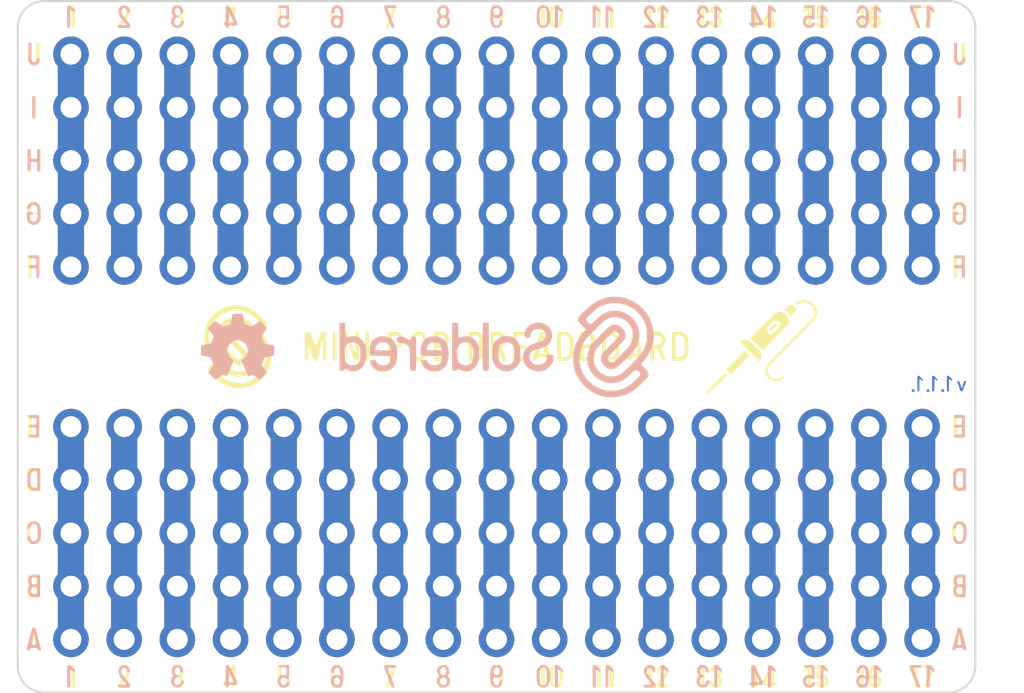
<source format=kicad_pcb>
(kicad_pcb (version 20210623) (generator pcbnew)
  (title_block (title "Mini PCB breadboard") (date "2021-07-15") (rev "V1.1.1.") (company "SOLDERED") (comment 1 "333030"))
  (layers (0 "F.Cu" signal) (31 "B.Cu" signal) (34 "B.Paste" user) (35 "F.Paste" user) (36 "B.SilkS" user "B.Silkscreen") (37 "F.SilkS" user "F.Silkscreen") (38 "B.Mask" user) (39 "F.Mask" user) (44 "Edge.Cuts" user))
  (net 0 "")
  (net 1 "Net-(K1-Pad1)")
  (net 2 "Net-(K2-Pad1)")
  (net 3 "Net-(K3-Pad1)")
  (net 4 "Net-(K4-Pad1)")
  (net 5 "Net-(K5-Pad1)")
  (net 6 "Net-(K6-Pad1)")
  (net 7 "Net-(K7-Pad1)")
  (net 8 "Net-(K8-Pad1)")
  (net 9 "Net-(K9-Pad1)")
  (net 10 "Net-(K10-Pad1)")
  (net 11 "Net-(K11-Pad1)")
  (net 12 "Net-(K12-Pad1)")
  (net 13 "Net-(K13-Pad1)")
  (net 14 "Net-(K14-Pad1)")
  (net 15 "Net-(K15-Pad1)")
  (net 16 "Net-(K16-Pad1)")
  (net 17 "Net-(K17-Pad1)")
  (net 18 "Net-(K18-Pad1)")
  (net 19 "Net-(K19-Pad1)")
  (net 20 "Net-(K20-Pad1)")
  (net 21 "Net-(K21-Pad1)")
  (net 22 "Net-(K22-Pad1)")
  (net 23 "Net-(K23-Pad1)")
  (net 24 "Net-(K24-Pad1)")
  (net 25 "Net-(K25-Pad1)")
  (net 26 "Net-(K26-Pad1)")
  (net 27 "Net-(K27-Pad1)")
  (net 28 "Net-(K28-Pad1)")
  (net 29 "Net-(K29-Pad1)")
  (net 30 "Net-(K30-Pad1)")
  (net 31 "Net-(K31-Pad1)")
  (net 32 "Net-(K32-Pad1)")
  (net 33 "Net-(K33-Pad1)")
  (net 34 "Net-(K34-Pad1)")
  (footprint "buzzardLabel" (layer "F.Cu") (at 80.762 114.92)
    (fp_text reference "")
    (fp_text value "")
  )
  (footprint "buzzardLabel" (layer "F.Cu") (at 97.78 119.238)
    (fp_text reference "")
    (fp_text value "")
  )
  (footprint "e-radionica.com footprinti:HEADER_MALE_5X1" (layer "F.Cu") (at 113.02 112.38 90)
    (fp_text reference "K13")
    (fp_text value "HEADER_MALE_5X1")
  )
  (footprint "buzzardLabel" (layer "F.Cu") (at 87.62 87.742)
    (fp_text reference "")
    (fp_text value "")
  )
  (footprint "e-radionica.com footprinti:HOLE_3.2mm" (layer "F.Cu") (at 84.36 103.5)
    (fp_text reference "H1" hide)
    (fp_text value "HOLE_3.2mm" hide)
  )
  (footprint "buzzardLabel" (layer "F.Cu") (at 115.56 119.238)
    (fp_text reference "")
    (fp_text value "")
  )
  (footprint "buzzardLabel" (layer "F.Cu") (at 80.762 94.6)
    (fp_text reference "")
    (fp_text value "")
  )
  (footprint "buzzardLabel" (layer "F.Cu") (at 115.56 87.742)
    (fp_text reference "")
    (fp_text value "")
  )
  (footprint "e-radionica.com footprinti:HEADER_MALE_5X1" (layer "F.Cu") (at 82.54 94.6 90)
    (fp_text reference "K18")
    (fp_text value "HEADER_MALE_5X1")
  )
  (footprint "buzzardLabel" (layer "F.Cu") (at 113.02 87.742)
    (fp_text reference "")
    (fp_text value "")
  )
  (footprint "buzzardLabel" (layer "F.Cu") (at 80.762 109.84)
    (fp_text reference "")
    (fp_text value "")
  )
  (footprint "e-radionica.com footprinti:HOLE_3.2mm" (layer "F.Cu") (at 121.36 103.5)
    (fp_text reference "H2" hide)
    (fp_text value "HOLE_3.2mm" hide)
  )
  (footprint "buzzardLabel" (layer "F.Cu") (at 95.24 87.742)
    (fp_text reference "")
    (fp_text value "")
  )
  (footprint "e-radionica.com footprinti:HEADER_MALE_5X1" (layer "F.Cu") (at 87.62 112.38 90)
    (fp_text reference "K3")
    (fp_text value "HEADER_MALE_5X1")
  )
  (footprint "e-radionica.com footprinti:HEADER_MALE_5X1" (layer "F.Cu") (at 95.24 112.38 90)
    (fp_text reference "K6")
    (fp_text value "HEADER_MALE_5X1")
  )
  (footprint "buzzardLabel" (layer "F.Cu") (at 120.64 119.238)
    (fp_text reference "")
    (fp_text value "")
  )
  (footprint "buzzardLabel" (layer "F.Cu") (at 102.86 103.49)
    (fp_text reference "")
    (fp_text value "")
  )
  (footprint "e-radionica.com footprinti:HEADER_MALE_5X1" (layer "F.Cu") (at 107.94 94.6 90)
    (fp_text reference "K28")
    (fp_text value "HEADER_MALE_5X1")
  )
  (footprint "buzzardLabel" (layer "F.Cu") (at 102.86 119.238)
    (fp_text reference "")
    (fp_text value "")
  )
  (footprint "buzzardLabel" (layer "F.Cu") (at 113.02 119.238)
    (fp_text reference "")
    (fp_text value "")
  )
  (footprint "buzzardLabel" (layer "F.Cu") (at 85.08 119.238)
    (fp_text reference "")
    (fp_text value "")
  )
  (footprint "buzzardLabel" (layer "F.Cu") (at 124.958 107.3)
    (fp_text reference "")
    (fp_text value "")
  )
  (footprint "buzzardLabel" (layer "F.Cu") (at 100.32 87.742)
    (fp_text reference "")
    (fp_text value "")
  )
  (footprint "e-radionica.com footprinti:HEADER_MALE_5X1" (layer "F.Cu") (at 113.02 94.6 90)
    (fp_text reference "K30")
    (fp_text value "HEADER_MALE_5X1")
  )
  (footprint "buzzardLabel" (layer "F.Cu") (at 124.958 114.92)
    (fp_text reference "")
    (fp_text value "")
  )
  (footprint "buzzardLabel" (layer "F.Cu") (at 124.958 92.06)
    (fp_text reference "")
    (fp_text value "")
  )
  (footprint "e-radionica.com footprinti:HEADER_MALE_5X1" (layer "F.Cu") (at 120.64 94.6 90)
    (fp_text reference "K33")
    (fp_text value "HEADER_MALE_5X1")
  )
  (footprint "e-radionica.com footprinti:HEADER_MALE_5X1" (layer "F.Cu") (at 102.86 94.6 90)
    (fp_text reference "K26")
    (fp_text value "HEADER_MALE_5X1")
  )
  (footprint "buzzardLabel" (layer "F.Cu") (at 97.78 87.742)
    (fp_text reference "")
    (fp_text value "")
  )
  (footprint "buzzardLabel" (layer "F.Cu") (at 102.86 87.742)
    (fp_text reference "")
    (fp_text value "")
  )
  (footprint "buzzardLabel" (layer "F.Cu") (at 110.48 119.238)
    (fp_text reference "")
    (fp_text value "")
  )
  (footprint "buzzardLabel" (layer "F.Cu") (at 95.24 119.238)
    (fp_text reference "")
    (fp_text value "")
  )
  (footprint "e-radionica.com footprinti:HEADER_MALE_5X1" (layer "F.Cu") (at 100.32 94.6 90)
    (fp_text reference "K25")
    (fp_text value "HEADER_MALE_5X1")
  )
  (footprint "e-radionica.com footprinti:HEADER_MALE_5X1" (layer "F.Cu") (at 123.18 94.6 90)
    (fp_text reference "K34")
    (fp_text value "HEADER_MALE_5X1")
  )
  (footprint "e-radionica.com footprinti:HEADER_MALE_5X1" (layer "F.Cu") (at 92.7 112.38 90)
    (fp_text reference "K5")
    (fp_text value "HEADER_MALE_5X1")
  )
  (footprint "buzzardLabel" (layer "F.Cu") (at 90.16 87.742)
    (fp_text reference "")
    (fp_text value "")
  )
  (footprint "buzzardLabel" (layer "F.Cu") (at 92.7 119.238)
    (fp_text reference "")
    (fp_text value "")
  )
  (footprint "e-radionica.com footprinti:HEADER_MALE_5X1" (layer "F.Cu") (at 85.08 94.6 90)
    (fp_text reference "K19")
    (fp_text value "HEADER_MALE_5X1")
  )
  (footprint "buzzardLabel" (layer "F.Cu") (at 118.1 87.742)
    (fp_text reference "")
    (fp_text value "")
  )
  (footprint "buzzardLabel" (layer "F.Cu") (at 80.762 107.3)
    (fp_text reference "")
    (fp_text value "")
  )
  (footprint "Soldered Graphics:Symbol-Front-Soldering" (layer "F.Cu") (at 115.5 103.49)
    (fp_text reference "G***" hide)
    (fp_text value "LOGO" hide)
  )
  (footprint "e-radionica.com footprinti:HEADER_MALE_5X1" (layer "F.Cu") (at 90.16 112.38 90)
    (fp_text reference "K4")
    (fp_text value "HEADER_MALE_5X1")
  )
  (footprint "e-radionica.com footprinti:HEADER_MALE_5X1" (layer "F.Cu") (at 110.48 94.6 90)
    (fp_text reference "K29")
    (fp_text value "HEADER_MALE_5X1")
  )
  (footprint "buzzardLabel" (layer "F.Cu") (at 124.958 89.52)
    (fp_text reference "")
    (fp_text value "")
  )
  (footprint "e-radionica.com footprinti:HEADER_MALE_5X1" (layer "F.Cu") (at 105.4 112.38 90)
    (fp_text reference "K10")
    (fp_text value "HEADER_MALE_5X1")
  )
  (footprint "buzzardLabel" (layer "F.Cu") (at 80.762 89.52)
    (fp_text reference "")
    (fp_text value "")
  )
  (footprint "Soldered Graphics:Logo-Back-SolderedFULL-15mm" (layer "F.Cu") (at 102.86 103.5)
    (fp_text reference "REF**" hide)
    (fp_text value "Logo-Front-SolderedFULL-15mm" hide)
  )
  (footprint "buzzardLabel" (layer "F.Cu") (at 124.958 112.38)
    (fp_text reference "")
    (fp_text value "")
  )
  (footprint "e-radionica.com footprinti:HEADER_MALE_5X1" (layer "F.Cu") (at 105.4 94.6 90)
    (fp_text reference "K27")
    (fp_text value "HEADER_MALE_5X1")
  )
  (footprint "e-radionica.com footprinti:HEADER_MALE_5X1" (layer "F.Cu") (at 115.56 94.6 90)
    (fp_text reference "K31")
    (fp_text value "HEADER_MALE_5X1")
  )
  (footprint "buzzardLabel" (layer "F.Cu") (at 90.16 119.238)
    (fp_text reference "")
    (fp_text value "")
  )
  (footprint "buzzardLabel" (layer "F.Cu") (at 82.54 119.238)
    (fp_text reference "")
    (fp_text value "")
  )
  (footprint "buzzardLabel" (layer "F.Cu") (at 107.94 87.742)
    (fp_text reference "")
    (fp_text value "")
  )
  (footprint "Soldered Graphics:Logo-Front-Soldered-4mm" (layer "F.Cu") (at 90.5 103.49)
    (fp_text reference "G***" hide)
    (fp_text value "LOGO" hide)
  )
  (footprint "e-radionica.com footprinti:HEADER_MALE_5X1" (layer "F.Cu") (at 120.64 112.38 90)
    (fp_text reference "K16")
    (fp_text value "HEADER_MALE_5X1")
  )
  (footprint "e-radionica.com footprinti:HEADER_MALE_5X1" (layer "F.Cu") (at 97.78 112.38 90)
    (fp_text reference "K7")
    (fp_text value "HEADER_MALE_5X1")
  )
  (footprint "e-radionica.com footprinti:HEADER_MALE_5X1" (layer "F.Cu") (at 95.24 94.6 90)
    (fp_text reference "K23")
    (fp_text value "HEADER_MALE_5X1")
  )
  (footprint "e-radionica.com footprinti:HEADER_MALE_5X1" (layer "F.Cu") (at 115.56 112.38 90)
    (fp_text reference "K14")
    (fp_text value "HEADER_MALE_5X1")
  )
  (footprint "e-radionica.com footprinti:HEADER_MALE_5X1" (layer "F.Cu") (at 123.18 112.38 90)
    (fp_text reference "K17")
    (fp_text value "HEADER_MALE_5X1")
  )
  (footprint "e-radionica.com footprinti:HEADER_MALE_5X1" (layer "F.Cu") (at 110.48 112.38 90)
    (fp_text reference "K12")
    (fp_text value "HEADER_MALE_5X1")
  )
  (footprint "buzzardLabel" (layer "F.Cu") (at 87.62 119.238)
    (fp_text reference "")
    (fp_text value "")
  )
  (footprint "buzzardLabel" (layer "F.Cu") (at 123.18 119.238)
    (fp_text reference "")
    (fp_text value "")
  )
  (footprint "e-radionica.com footprinti:HEADER_MALE_5X1" (layer "F.Cu") (at 97.78 94.6 90)
    (fp_text reference "K24")
    (fp_text value "HEADER_MALE_5X1")
  )
  (footprint "e-radionica.com footprinti:HEADER_MALE_5X1" (layer "F.Cu") (at 85.08 112.38 90)
    (fp_text reference "K2")
    (fp_text value "HEADER_MALE_5X1")
  )
  (footprint "Soldered Graphics:Logo-Back-OSH-3.5mm" (layer "F.Cu") (at 90.5 103.49)
    (fp_text reference "G***" hide)
    (fp_text value "LOGO" hide)
  )
  (footprint "buzzardLabel" (layer "F.Cu") (at 100.32 119.238)
    (fp_text reference "")
    (fp_text value "")
  )
  (footprint "buzzardLabel" (layer "F.Cu") (at 85.08 87.742)
    (fp_text reference "")
    (fp_text value "")
  )
  (footprint "buzzardLabel" (layer "F.Cu") (at 124.958 109.84)
    (fp_text reference "")
    (fp_text value "")
  )
  (footprint "e-radionica.com footprinti:HEADER_MALE_5X1" (layer "F.Cu") (at 107.94 112.38 90)
    (fp_text reference "K11")
    (fp_text value "HEADER_MALE_5X1")
  )
  (footprint "e-radionica.com footprinti:HEADER_MALE_5X1" (layer "F.Cu") (at 118.1 112.38 90)
    (fp_text reference "K15")
    (fp_text value "HEADER_MALE_5X1")
  )
  (footprint "e-radionica.com footprinti:HEADER_MALE_5X1" (layer "F.Cu") (at 118.1 94.6 90)
    (fp_text reference "K32")
    (fp_text value "HEADER_MALE_5X1")
  )
  (footprint "buzzardLabel" (layer "F.Cu") (at 80.762 99.68)
    (fp_text reference "")
    (fp_text value "")
  )
  (footprint "buzzardLabel" (layer "F.Cu") (at 82.54 87.742)
    (fp_text reference "")
    (fp_text value "")
  )
  (footprint "buzzardLabel" (layer "F.Cu") (at 92.7 87.742)
    (fp_text reference "")
    (fp_text value "")
  )
  (footprint "buzzardLabel" (layer "F.Cu") (at 124.958 117.46)
    (fp_text reference "")
    (fp_text value "")
  )
  (footprint "buzzardLabel" (layer "F.Cu") (at 124.958 94.6)
    (fp_text reference "")
    (fp_text value "")
  )
  (footprint "buzzardLabel" (layer "F.Cu") (at 105.4 87.742)
    (fp_text reference "")
    (fp_text value "")
  )
  (footprint "buzzardLabel" (layer "F.Cu") (at 80.762 117.46)
    (fp_text reference "")
    (fp_text value "")
  )
  (footprint "buzzardLabel" (layer "F.Cu") (at 124.958 97.14)
    (fp_text reference "")
    (fp_text value "")
  )
  (footprint "e-radionica.com footprinti:HEADER_MALE_5X1" (layer "F.Cu") (at 82.54 112.38 90)
    (fp_text reference "K1")
    (fp_text value "HEADER_MALE_5X1")
  )
  (footprint "e-radionica.com footprinti:HEADER_MALE_5X1" (layer "F.Cu") (at 90.16 94.6 90)
    (fp_text reference "K21")
    (fp_text value "HEADER_MALE_5X1")
  )
  (footprint "buzzardLabel" (layer "F.Cu") (at 107.94 119.238)
    (fp_text reference "")
    (fp_text value "")
  )
  (footprint "e-radionica.com footprinti:HEADER_MALE_5X1" (layer "F.Cu") (at 92.7 94.6 90)
    (fp_text reference "K22")
    (fp_text value "HEADER_MALE_5X1")
  )
  (footprint "buzzardLabel" (layer "F.Cu") (at 124.958 99.68)
    (fp_text reference "")
    (fp_text value "")
  )
  (footprint "buzzardLabel" (layer "F.Cu") (at 118.1 119.238)
    (fp_text reference "")
    (fp_text value "")
  )
  (footprint "buzzardLabel" (layer "F.Cu") (at 80.762 97.14)
    (fp_text reference "")
    (fp_text value "")
  )
  (footprint "e-radionica.com footprinti:HEADER_MALE_5X1" (layer "F.Cu") (at 87.62 94.6 90)
    (fp_text reference "K20")
    (fp_text value "HEADER_MALE_5X1")
  )
  (footprint "e-radionica.com footprinti:HEADER_MALE_5X1" (layer "F.Cu") (at 102.86 112.38 90)
    (fp_text reference "K9")
    (fp_text value "HEADER_MALE_5X1")
  )
  (footprint "buzzardLabel" (layer "F.Cu") (at 105.4 119.238)
    (fp_text reference "")
    (fp_text value "")
  )
  (footprint "buzzardLabel" (layer "F.Cu") (at 120.64 87.742)
    (fp_text reference "")
    (fp_text value "")
  )
  (footprint "buzzardLabel" (layer "F.Cu") (at 80.762 92.06)
    (fp_text reference "")
    (fp_text value "")
  )
  (footprint "buzzardLabel" (layer "F.Cu") (at 123.18 87.742)
    (fp_text reference "")
    (fp_text value "")
  )
  (footprint "e-radionica.com footprinti:HEADER_MALE_5X1" (layer "F.Cu") (at 100.32 112.38 90)
    (fp_text reference "K8")
    (fp_text value "HEADER_MALE_5X1")
  )
  (footprint "buzzardLabel" (layer "F.Cu") (at 80.762 112.38)
    (fp_text reference "")
    (fp_text value "")
  )
  (footprint "buzzardLabel" (layer "F.Cu") (at 110.48 87.742)
    (fp_text reference "")
    (fp_text value "")
  )
  (footprint "buzzardLabel" (layer "B.Cu") (at 115.56 119.238 180)
    (fp_text reference "")
    (fp_text value "")
  )
  (footprint "buzzardLabel" (layer "B.Cu") (at 87.62 119.238 180)
    (fp_text reference "")
    (fp_text value "")
  )
  (footprint "buzzardLabel" (layer "B.Cu") (at 95.24 119.238 180)
    (fp_text reference "")
    (fp_text value "")
  )
  (footprint "buzzardLabel" (layer "B.Cu") (at 113.02 87.742 180)
    (fp_text reference "")
    (fp_text value "")
  )
  (footprint "buzzardLabel" (layer "B.Cu") (at 107.94 119.238 180)
    (fp_text reference "")
    (fp_text value "")
  )
  (footprint "buzzardLabel" (layer "B.Cu") (at 105.4 119.238 180)
    (fp_text reference "")
    (fp_text value "")
  )
  (footprint "buzzardLabel" (layer "B.Cu") (at 124.968 89.52 180)
    (fp_text reference "")
    (fp_text value "")
  )
  (footprint "buzzardLabel" (layer "B.Cu") (at 107.94 87.742 180)
    (fp_text reference "")
    (fp_text value "")
  )
  (footprint "buzzardLabel" (layer "B.Cu") (at 80.772 109.84 180)
    (fp_text reference "")
    (fp_text value "")
  )
  (footprint "buzzardLabel" (layer "B.Cu") (at 115.56 87.742 180)
    (fp_text reference "")
    (fp_text value "")
  )
  (footprint "Soldered Graphics:Version1.1.1." (layer "B.Cu") (at 123.94 105.26 180)
    (fp_text reference "REF**" hide)
    (fp_text value "Version1.1.1." hide)
  )
  (footprint "buzzardLabel" (layer "B.Cu") (at 82.54 119.238 180)
    (fp_text reference "")
    (fp_text value "")
  )
  (footprint "buzzardLabel" (layer "B.Cu") (at 82.54 87.742 180)
    (fp_text reference "")
    (fp_text value "")
  )
  (footprint "buzzardLabel" (layer "B.Cu") (at 124.968 109.84 180)
    (fp_text reference "")
    (fp_text value "")
  )
  (footprint "buzzardLabel" (layer "B.Cu") (at 110.48 87.742 180)
    (fp_text reference "")
    (fp_text value "")
  )
  (footprint "buzzardLabel" (layer "B.Cu") (at 80.772 94.6 180)
    (fp_text reference "")
    (fp_text value "")
  )
  (footprint "buzzardLabel" (layer "B.Cu") (at 80.772 97.14 180)
    (fp_text reference "")
    (fp_text value "")
  )
  (footprint "buzzardLabel" (layer "B.Cu") (at 80.772 89.52 180)
    (fp_text reference "")
    (fp_text value "")
  )
  (footprint "buzzardLabel" (layer "B.Cu") (at 80.772 112.38 180)
    (fp_text reference "")
    (fp_text value "")
  )
  (footprint "buzzardLabel" (layer "B.Cu") (at 102.86 87.742 180)
    (fp_text reference "")
    (fp_text value "")
  )
  (footprint "buzzardLabel" (layer "B.Cu") (at 80.772 107.3 180)
    (fp_text reference "")
    (fp_text value "")
  )
  (footprint "buzzardLabel" (layer "B.Cu") (at 100.32 87.742 180)
    (fp_text reference "")
    (fp_text value "")
  )
  (footprint "buzzardLabel" (layer "B.Cu") (at 85.08 119.238 180)
    (fp_text reference "")
    (fp_text value "")
  )
  (footprint "buzzardLabel" (layer "B.Cu") (at 120.64 87.742 180)
    (fp_text reference "")
    (fp_text value "")
  )
  (footprint "buzzardLabel" (layer "B.Cu") (at 123.18 119.238 180)
    (fp_text reference "")
    (fp_text value "")
  )
  (footprint "buzzardLabel" (layer "B.Cu") (at 110.48 119.238 180)
    (fp_text reference "")
    (fp_text value "")
  )
  (footprint "buzzardLabel" (layer "B.Cu") (at 80.772 92.06 180)
    (fp_text reference "")
    (fp_text value "")
  )
  (footprint "buzzardLabel" (layer "B.Cu") (at 118.1 87.742 180)
    (fp_text reference "")
    (fp_text value "")
  )
  (footprint "buzzardLabel" (layer "B.Cu") (at 123.18 87.742 180)
    (fp_text reference "")
    (fp_text value "")
  )
  (footprint "buzzardLabel" (layer "B.Cu") (at 102.86 119.238 180)
    (fp_text reference "")
    (fp_text value "")
  )
  (footprint "buzzardLabel" (layer "B.Cu") (at 105.4 87.742 180)
    (fp_text reference "")
    (fp_text value "")
  )
  (footprint "buzzardLabel" (layer "B.Cu") (at 124.968 92.06 180)
    (fp_text reference "")
    (fp_text value "")
  )
  (footprint "buzzardLabel" (layer "B.Cu") (at 80.772 99.68 180)
    (fp_text reference "")
    (fp_text value "")
  )
  (footprint "buzzardLabel" (layer "B.Cu") (at 118.1 119.238 180)
    (fp_text reference "")
    (fp_text value "")
  )
  (footprint "buzzardLabel" (layer "B.Cu") (at 97.78 119.238 180)
    (fp_text reference "")
    (fp_text value "")
  )
  (footprint "buzzardLabel" (layer "B.Cu") (at 124.968 94.6 180)
    (fp_text reference "")
    (fp_text value "")
  )
  (footprint "buzzardLabel" (layer "B.Cu") (at 124.968 112.38 180)
    (fp_text reference "")
    (fp_text value "")
  )
  (footprint "buzzardLabel" (layer "B.Cu") (at 92.7 87.742 180)
    (fp_text reference "")
    (fp_text value "")
  )
  (footprint "buzzardLabel" (layer "B.Cu") (at 95.24 87.742 180)
    (fp_text reference "")
    (fp_text value "")
  )
  (footprint "buzzardLabel" (layer "B.Cu") (at 97.78 87.742 180)
    (fp_text reference "")
    (fp_text value "")
  )
  (footprint "buzzardLabel" (layer "B.Cu") (at 90.16 119.238 180)
    (fp_text reference "")
    (fp_text value "")
  )
  (footprint "buzzardLabel" (layer "B.Cu") (at 100.32 119.238 180)
    (fp_text reference "")
    (fp_text value "")
  )
  (footprint "buzzardLabel" (layer "B.Cu") (at 120.64 119.238 180)
    (fp_text reference "")
    (fp_text value "")
  )
  (footprint "buzzardLabel" (layer "B.Cu") (at 124.968 99.68 180)
    (fp_text reference "")
    (fp_text value "")
  )
  (footprint "buzzardLabel" (layer "B.Cu") (at 92.7 119.238 180)
    (fp_text reference "")
    (fp_text value "")
  )
  (footprint "buzzardLabel" (layer "B.Cu") (at 124.968 107.3 180)
    (fp_text reference "")
    (fp_text value "")
  )
  (footprint "buzzardLabel" (layer "B.Cu") (at 124.968 114.92 180)
    (fp_text reference "")
    (fp_text value "")
  )
  (footprint "buzzardLabel" (layer "B.Cu") (at 124.968 117.46 180)
    (fp_text reference "")
    (fp_text value "")
  )
  (footprint "buzzardLabel" (layer "B.Cu") (at 113.02 119.238 180)
    (fp_text reference "")
    (fp_text value "")
  )
  (footprint "buzzardLabel" (layer "B.Cu") (at 80.772 114.92 180)
    (fp_text reference "")
    (fp_text value "")
  )
  (footprint "buzzardLabel" (layer "B.Cu") (at 80.772 117.46 180)
    (fp_text reference "")
    (fp_text value "")
  )
  (footprint "buzzardLabel" (layer "B.Cu") (at 87.62 87.742 180)
    (fp_text reference "")
    (fp_text value "")
  )
  (footprint "buzzardLabel" (layer "B.Cu") (at 124.968 97.14 180)
    (fp_text reference "")
    (fp_text value "")
  )
  (footprint "buzzardLabel" (layer "B.Cu") (at 90.16 87.742 180)
    (fp_text reference "")
    (fp_text value "")
  )
  (footprint "buzzardLabel" (layer "B.Cu") (at 85.08 87.742 180)
    (fp_text reference "")
    (fp_text value "")
  )
  (gr_line (start 124.45 86.98) (end 81.27 86.98) (layer "Edge.Cuts") (width 0.1))
  (gr_arc (start 124.45 88.25) (end 125.72 88.25) (angle -90) (layer "Edge.Cuts") (width 0.1))
  (gr_arc (start 124.45 118.73) (end 124.45 120) (angle -90) (layer "Edge.Cuts") (width 0.1))
  (gr_line (start 125.72 118.73) (end 125.72 88.25) (layer "Edge.Cuts") (width 0.1))
  (gr_arc (start 81.27 88.25) (end 81.27 86.98) (angle -90) (layer "Edge.Cuts") (width 0.1))
  (gr_line (start 124.45 120) (end 81.27 120) (layer "Edge.Cuts") (width 0.1))
  (gr_arc (start 81.27 118.73) (end 80 118.73) (angle -90) (layer "Edge.Cuts") (width 0.1))
  (gr_line (start 80 118.73) (end 80 88.25) (layer "Edge.Cuts") (width 0.1))
  (segment (start 82.54 107.3) (end 82.54 109.84) (width 1.25) (layer "F.Cu") (net 1))
  (segment (start 82.54 117.46) (end 82.54 109.84) (width 1.25) (layer "F.Cu") (net 1))
  (segment (start 82.54 117.46) (end 82.54 107.3) (width 1.25) (layer "B.Cu") (net 1))
  (segment (start 85.08 107.3) (end 85.08 117.46) (width 1.25) (layer "F.Cu") (net 2))
  (segment (start 85.08 107.3) (end 85.08 117.46) (width 1.25) (layer "B.Cu") (net 2))
  (segment (start 87.62 107.3) (end 87.62 117.46) (width 1.25) (layer "F.Cu") (net 3))
  (segment (start 87.62 107.3) (end 87.62 117.46) (width 1.25) (layer "B.Cu") (net 3))
  (segment (start 90.16 107.3) (end 90.16 117.46) (width 1.25) (layer "F.Cu") (net 4))
  (segment (start 90.16 107.3) (end 90.16 117.46) (width 1.25) (layer "B.Cu") (net 4))
  (segment (start 92.7 107.3) (end 92.7 117.46) (width 1.25) (layer "F.Cu") (net 5))
  (segment (start 92.7 107.3) (end 92.7 117.46) (width 1.25) (layer "B.Cu") (net 5))
  (segment (start 95.24 107.3) (end 95.24 117.46) (width 1.25) (layer "F.Cu") (net 6))
  (segment (start 95.24 107.3) (end 95.24 117.46) (width 1.25) (layer "B.Cu") (net 6))
  (segment (start 97.78 107.3) (end 97.78 117.46) (width 1.25) (layer "F.Cu") (net 7))
  (segment (start 97.78 107.3) (end 97.78 117.46) (width 1.25) (layer "B.Cu") (net 7))
  (segment (start 100.32 117.46) (end 100.32 107.3) (width 1.25) (layer "F.Cu") (net 8))
  (segment (start 100.32 107.3) (end 100.32 117.46) (width 1.25) (layer "B.Cu") (net 8))
  (segment (start 102.86 107.3) (end 102.86 117.46) (width 1.25) (layer "F.Cu") (net 9))
  (segment (start 102.86 107.3) (end 102.86 117.46) (width 1.25) (layer "B.Cu") (net 9))
  (segment (start 105.4 117.46) (end 105.4 107.3) (width 1.25) (layer "F.Cu") (net 10))
  (segment (start 105.4 107.3) (end 105.4 117.46) (width 1.25) (layer "B.Cu") (net 10))
  (segment (start 107.94 107.3) (end 107.94 117.46) (width 1.25) (layer "F.Cu") (net 11))
  (segment (start 107.94 107.3) (end 107.94 117.46) (width 1.25) (layer "B.Cu") (net 11))
  (segment (start 110.48 117.46) (end 110.48 107.3) (width 1.25) (layer "F.Cu") (net 12))
  (segment (start 110.48 107.3) (end 110.48 117.46) (width 1.25) (layer "B.Cu") (net 12))
  (segment (start 113.02 107.3) (end 113.02 117.46) (width 1.25) (layer "F.Cu") (net 13))
  (segment (start 113.02 107.3) (end 113.02 117.46) (width 1.25) (layer "B.Cu") (net 13))
  (segment (start 115.56 117.46) (end 115.56 107.3) (width 1.25) (layer "F.Cu") (net 14))
  (segment (start 115.56 107.3) (end 115.56 117.46) (width 1.25) (layer "B.Cu") (net 14))
  (segment (start 118.1 107.3) (end 118.1 117.46) (width 1.25) (layer "F.Cu") (net 15))
  (segment (start 118.1 107.3) (end 118.1 117.46) (width 1.25) (layer "B.Cu") (net 15))
  (segment (start 120.64 117.46) (end 120.64 107.3) (width 1.25) (layer "F.Cu") (net 16))
  (segment (start 120.64 107.3) (end 120.64 117.46) (width 1.25) (layer "B.Cu") (net 16))
  (segment (start 123.18 107.3) (end 123.18 117.46) (width 1.25) (layer "F.Cu") (net 17))
  (segment (start 123.18 107.3) (end 123.18 117.46) (width 1.25) (layer "B.Cu") (net 17))
  (segment (start 82.54 89.52) (end 82.54 99.68) (width 1.25) (layer "F.Cu") (net 18))
  (segment (start 82.54 99.68) (end 82.54 89.52) (width 1.25) (layer "B.Cu") (net 18))
  (segment (start 85.08 99.68) (end 85.08 89.52) (width 1.25) (layer "F.Cu") (net 19))
  (segment (start 85.08 89.52) (end 85.08 99.68) (width 1.25) (layer "B.Cu") (net 19))
  (segment (start 87.62 89.52) (end 87.62 99.68) (width 1.25) (layer "F.Cu") (net 20))
  (segment (start 87.62 89.52) (end 87.62 99.68) (width 1.25) (layer "B.Cu") (net 20))
  (segment (start 90.16 99.68) (end 90.16 89.52) (width 1.25) (layer "F.Cu") (net 21))
  (segment (start 90.16 89.52) (end 90.16 99.68) (width 1.25) (layer "B.Cu") (net 21))
  (segment (start 92.7 99.68) (end 92.7 89.52) (width 1.25) (layer "F.Cu") (net 22))
  (segment (start 92.7 89.52) (end 92.7 99.68) (width 1.25) (layer "B.Cu") (net 22))
  (segment (start 95.24 89.52) (end 95.24 99.68) (width 1.25) (layer "F.Cu") (net 23))
  (segment (start 95.24 89.52) (end 95.24 99.68) (width 1.25) (layer "B.Cu") (net 23))
  (segment (start 97.78 99.68) (end 97.78 89.52) (width 1.25) (layer "F.Cu") (net 24))
  (segment (start 97.78 89.52) (end 97.78 99.68) (width 1.25) (layer "B.Cu") (net 24))
  (segment (start 100.32 89.52) (end 100.32 99.68) (width 1.25) (layer "F.Cu") (net 25))
  (segment (start 100.32 89.52) (end 100.32 99.68) (width 1.25) (layer "B.Cu") (net 25))
  (segment (start 102.86 99.68) (end 102.86 89.52) (width 1.25) (layer "F.Cu") (net 26))
  (segment (start 102.86 89.52) (end 102.86 99.68) (width 1.25) (layer "B.Cu") (net 26))
  (segment (start 105.4 89.52) (end 105.4 99.68) (width 1.25) (layer "F.Cu") (net 27))
  (segment (start 105.4 89.52) (end 105.4 99.68) (width 1.25) (layer "B.Cu") (net 27))
  (segment (start 107.94 99.68) (end 107.94 89.52) (width 1.25) (layer "F.Cu") (net 28))
  (segment (start 107.94 89.52) (end 107.94 99.68) (width 1.25) (layer "B.Cu") (net 28))
  (segment (start 110.48 89.52) (end 110.48 99.68) (width 1.25) (layer "F.Cu") (net 29))
  (segment (start 110.48 89.52) (end 110.48 99.68) (width 1.25) (layer "B.Cu") (net 29))
  (segment (start 113.02 99.68) (end 113.02 89.52) (width 1.25) (layer "F.Cu") (net 30))
  (segment (start 113.02 89.52) (end 113.02 99.68) (width 1.25) (layer "B.Cu") (net 30))
  (segment (start 115.56 89.52) (end 115.56 99.68) (width 1.25) (layer "F.Cu") (net 31))
  (segment (start 115.56 89.52) (end 115.56 99.68) (width 1.25) (layer "B.Cu") (net 31))
  (segment (start 118.1 99.68) (end 118.1 89.52) (width 1.25) (layer "F.Cu") (net 32))
  (segment (start 118.1 99.68) (end 118.1 89.52) (width 1.25) (layer "B.Cu") (net 32))
  (segment (start 120.64 89.52) (end 120.64 99.68) (width 1.25) (layer "F.Cu") (net 33))
  (segment (start 120.64 99.68) (end 120.64 89.52) (width 1.25) (layer "B.Cu") (net 33))
  (segment (start 123.18 99.68) (end 123.18 89.52) (width 1.25) (layer "F.Cu") (net 34))
  (segment (start 123.18 89.52) (end 123.18 99.68) (width 1.25) (layer "B.Cu") (net 34))
)
</source>
